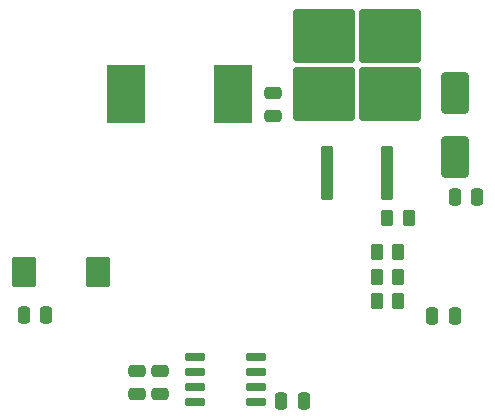
<source format=gtp>
G04 #@! TF.GenerationSoftware,KiCad,Pcbnew,8.0.5*
G04 #@! TF.CreationDate,2025-01-03T23:13:30-05:00*
G04 #@! TF.ProjectId,PierogiNixiePSU,50696572-6f67-4694-9e69-786965505355,rev?*
G04 #@! TF.SameCoordinates,Original*
G04 #@! TF.FileFunction,Paste,Top*
G04 #@! TF.FilePolarity,Positive*
%FSLAX46Y46*%
G04 Gerber Fmt 4.6, Leading zero omitted, Abs format (unit mm)*
G04 Created by KiCad (PCBNEW 8.0.5) date 2025-01-03 23:13:30*
%MOMM*%
%LPD*%
G01*
G04 APERTURE LIST*
G04 Aperture macros list*
%AMRoundRect*
0 Rectangle with rounded corners*
0 $1 Rounding radius*
0 $2 $3 $4 $5 $6 $7 $8 $9 X,Y pos of 4 corners*
0 Add a 4 corners polygon primitive as box body*
4,1,4,$2,$3,$4,$5,$6,$7,$8,$9,$2,$3,0*
0 Add four circle primitives for the rounded corners*
1,1,$1+$1,$2,$3*
1,1,$1+$1,$4,$5*
1,1,$1+$1,$6,$7*
1,1,$1+$1,$8,$9*
0 Add four rect primitives between the rounded corners*
20,1,$1+$1,$2,$3,$4,$5,0*
20,1,$1+$1,$4,$5,$6,$7,0*
20,1,$1+$1,$6,$7,$8,$9,0*
20,1,$1+$1,$8,$9,$2,$3,0*%
G04 Aperture macros list end*
%ADD10RoundRect,0.250000X0.300000X-2.050000X0.300000X2.050000X-0.300000X2.050000X-0.300000X-2.050000X0*%
%ADD11RoundRect,0.250000X2.375000X-2.025000X2.375000X2.025000X-2.375000X2.025000X-2.375000X-2.025000X0*%
%ADD12R,3.175000X4.950000*%
%ADD13RoundRect,0.150000X-0.725000X-0.150000X0.725000X-0.150000X0.725000X0.150000X-0.725000X0.150000X0*%
%ADD14RoundRect,0.250000X-0.475000X0.250000X-0.475000X-0.250000X0.475000X-0.250000X0.475000X0.250000X0*%
%ADD15RoundRect,0.250000X0.262500X0.450000X-0.262500X0.450000X-0.262500X-0.450000X0.262500X-0.450000X0*%
%ADD16RoundRect,0.250000X0.900000X-1.500000X0.900000X1.500000X-0.900000X1.500000X-0.900000X-1.500000X0*%
%ADD17RoundRect,0.250000X0.250000X0.475000X-0.250000X0.475000X-0.250000X-0.475000X0.250000X-0.475000X0*%
%ADD18RoundRect,0.250000X-0.250000X-0.475000X0.250000X-0.475000X0.250000X0.475000X-0.250000X0.475000X0*%
%ADD19RoundRect,0.250000X-0.262500X-0.450000X0.262500X-0.450000X0.262500X0.450000X-0.262500X0.450000X0*%
%ADD20RoundRect,0.250000X-0.787500X-1.025000X0.787500X-1.025000X0.787500X1.025000X-0.787500X1.025000X0*%
G04 APERTURE END LIST*
D10*
X52885000Y-36325000D03*
D11*
X52650000Y-29600000D03*
X58200000Y-29600000D03*
X52650000Y-24750000D03*
X58200000Y-24750000D03*
D10*
X57965000Y-36325000D03*
D12*
X35897500Y-29625000D03*
X44912500Y-29625000D03*
D13*
X41750000Y-51870000D03*
X41750000Y-53140000D03*
X41750000Y-54410000D03*
X41750000Y-55680000D03*
X46900000Y-55680000D03*
X46900000Y-54410000D03*
X46900000Y-53140000D03*
X46900000Y-51870000D03*
D14*
X36775000Y-53105000D03*
X36775000Y-55005000D03*
D15*
X58912500Y-47125000D03*
X57087500Y-47125000D03*
D16*
X63735000Y-34980000D03*
X63735000Y-29580000D03*
D15*
X59807500Y-40125000D03*
X57982500Y-40125000D03*
D17*
X63695000Y-48445000D03*
X61795000Y-48445000D03*
D18*
X49015000Y-55655000D03*
X50915000Y-55655000D03*
D14*
X48295000Y-29575000D03*
X48295000Y-31475000D03*
D19*
X57087500Y-43025000D03*
X58912500Y-43025000D03*
D18*
X27205000Y-48305000D03*
X29105000Y-48305000D03*
D15*
X58912500Y-45095000D03*
X57087500Y-45095000D03*
D14*
X38785000Y-53105000D03*
X38785000Y-55005000D03*
D18*
X63705000Y-38345000D03*
X65605000Y-38345000D03*
D20*
X27237500Y-44715000D03*
X33462500Y-44715000D03*
M02*

</source>
